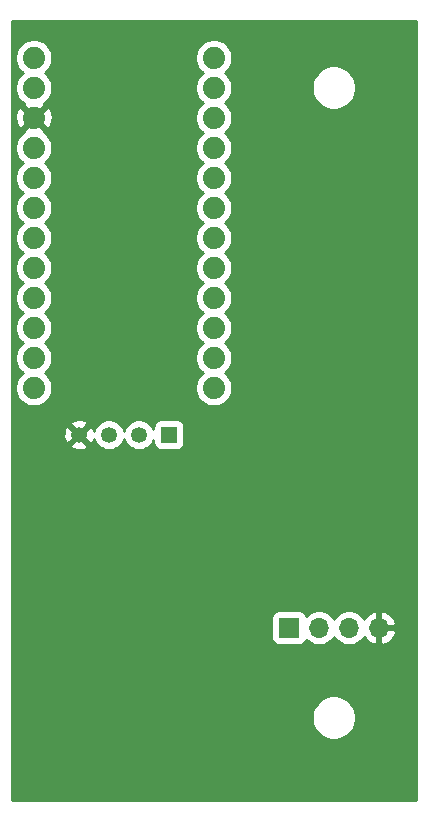
<source format=gbr>
G04 #@! TF.GenerationSoftware,KiCad,Pcbnew,(5.1.6)-1*
G04 #@! TF.CreationDate,2020-06-05T20:48:39-07:00*
G04 #@! TF.ProjectId,USBT,55534254-2e6b-4696-9361-645f70636258,rev?*
G04 #@! TF.SameCoordinates,Original*
G04 #@! TF.FileFunction,Copper,L2,Bot*
G04 #@! TF.FilePolarity,Positive*
%FSLAX46Y46*%
G04 Gerber Fmt 4.6, Leading zero omitted, Abs format (unit mm)*
G04 Created by KiCad (PCBNEW (5.1.6)-1) date 2020-06-05 20:48:39*
%MOMM*%
%LPD*%
G01*
G04 APERTURE LIST*
G04 #@! TA.AperFunction,ComponentPad*
%ADD10C,1.350000*%
G04 #@! TD*
G04 #@! TA.AperFunction,ComponentPad*
%ADD11R,1.350000X1.350000*%
G04 #@! TD*
G04 #@! TA.AperFunction,ComponentPad*
%ADD12C,1.879600*%
G04 #@! TD*
G04 #@! TA.AperFunction,ComponentPad*
%ADD13O,1.700000X1.700000*%
G04 #@! TD*
G04 #@! TA.AperFunction,ComponentPad*
%ADD14R,1.700000X1.700000*%
G04 #@! TD*
G04 #@! TA.AperFunction,ViaPad*
%ADD15C,0.800000*%
G04 #@! TD*
G04 #@! TA.AperFunction,Conductor*
%ADD16C,0.254000*%
G04 #@! TD*
G04 APERTURE END LIST*
D10*
G04 #@! TO.P,U1,P$4*
G04 #@! TO.N,/GND*
X57150000Y-70020000D03*
G04 #@! TO.P,U1,P$3*
G04 #@! TO.N,Net-(U1-PadP$3)*
X59690000Y-70020000D03*
G04 #@! TO.P,U1,P$2*
G04 #@! TO.N,/Data*
X62230000Y-70020000D03*
D11*
G04 #@! TO.P,U1,P$1*
G04 #@! TO.N,/VCC*
X64770000Y-70020000D03*
G04 #@! TD*
D12*
G04 #@! TO.P,B1,24*
G04 #@! TO.N,/VCC*
X68580000Y-38100000D03*
G04 #@! TO.P,B1,23*
G04 #@! TO.N,Net-(B1-Pad23)*
X68580000Y-40640000D03*
G04 #@! TO.P,B1,22*
G04 #@! TO.N,Net-(B1-Pad22)*
X68580000Y-43180000D03*
G04 #@! TO.P,B1,21*
G04 #@! TO.N,Net-(B1-Pad21)*
X68580000Y-45720000D03*
G04 #@! TO.P,B1,20*
G04 #@! TO.N,/Data*
X68580000Y-48260000D03*
G04 #@! TO.P,B1,19*
G04 #@! TO.N,Net-(B1-Pad19)*
X68580000Y-50800000D03*
G04 #@! TO.P,B1,18*
G04 #@! TO.N,Net-(B1-Pad18)*
X68580000Y-53340000D03*
G04 #@! TO.P,B1,17*
G04 #@! TO.N,Net-(B1-Pad17)*
X68580000Y-55880000D03*
G04 #@! TO.P,B1,16*
G04 #@! TO.N,Net-(B1-Pad16)*
X68580000Y-58420000D03*
G04 #@! TO.P,B1,15*
G04 #@! TO.N,Net-(B1-Pad15)*
X68580000Y-60960000D03*
G04 #@! TO.P,B1,14*
G04 #@! TO.N,Net-(B1-Pad14)*
X68580000Y-63500000D03*
G04 #@! TO.P,B1,13*
G04 #@! TO.N,Net-(B1-Pad13)*
X68580000Y-66040000D03*
G04 #@! TO.P,B1,12*
G04 #@! TO.N,Net-(B1-Pad12)*
X53340000Y-66040000D03*
G04 #@! TO.P,B1,11*
G04 #@! TO.N,Net-(B1-Pad11)*
X53340000Y-63500000D03*
G04 #@! TO.P,B1,10*
G04 #@! TO.N,Net-(B1-Pad10)*
X53340000Y-60960000D03*
G04 #@! TO.P,B1,9*
G04 #@! TO.N,Net-(B1-Pad9)*
X53340000Y-58420000D03*
G04 #@! TO.P,B1,8*
G04 #@! TO.N,Net-(B1-Pad8)*
X53340000Y-55880000D03*
G04 #@! TO.P,B1,7*
G04 #@! TO.N,Net-(B1-Pad7)*
X53340000Y-53340000D03*
G04 #@! TO.P,B1,6*
G04 #@! TO.N,/SCL*
X53340000Y-50800000D03*
G04 #@! TO.P,B1,5*
G04 #@! TO.N,/SDA*
X53340000Y-48260000D03*
G04 #@! TO.P,B1,4*
G04 #@! TO.N,Net-(B1-Pad4)*
X53340000Y-45720000D03*
G04 #@! TO.P,B1,3*
G04 #@! TO.N,/GND*
X53340000Y-43180000D03*
G04 #@! TO.P,B1,2*
G04 #@! TO.N,Net-(B1-Pad2)*
X53340000Y-40640000D03*
G04 #@! TO.P,B1,1*
G04 #@! TO.N,Net-(B1-Pad1)*
X53340000Y-38100000D03*
G04 #@! TD*
D13*
G04 #@! TO.P,J1,4*
G04 #@! TO.N,/GND*
X82550000Y-86360000D03*
G04 #@! TO.P,J1,3*
G04 #@! TO.N,/VCC*
X80010000Y-86360000D03*
G04 #@! TO.P,J1,2*
G04 #@! TO.N,/SCL*
X77470000Y-86360000D03*
D14*
G04 #@! TO.P,J1,1*
G04 #@! TO.N,/SDA*
X74930000Y-86360000D03*
G04 #@! TD*
D15*
G04 #@! TO.N,/GND*
X83820000Y-69850000D03*
G04 #@! TD*
D16*
G04 #@! TO.N,/GND*
G36*
X85700000Y-100940000D02*
G01*
X51460000Y-100940000D01*
X51460000Y-93794344D01*
X76855000Y-93794344D01*
X76855000Y-94165656D01*
X76927439Y-94529834D01*
X77069534Y-94872882D01*
X77275825Y-95181618D01*
X77538382Y-95444175D01*
X77847118Y-95650466D01*
X78190166Y-95792561D01*
X78554344Y-95865000D01*
X78925656Y-95865000D01*
X79289834Y-95792561D01*
X79632882Y-95650466D01*
X79941618Y-95444175D01*
X80204175Y-95181618D01*
X80410466Y-94872882D01*
X80552561Y-94529834D01*
X80625000Y-94165656D01*
X80625000Y-93794344D01*
X80552561Y-93430166D01*
X80410466Y-93087118D01*
X80204175Y-92778382D01*
X79941618Y-92515825D01*
X79632882Y-92309534D01*
X79289834Y-92167439D01*
X78925656Y-92095000D01*
X78554344Y-92095000D01*
X78190166Y-92167439D01*
X77847118Y-92309534D01*
X77538382Y-92515825D01*
X77275825Y-92778382D01*
X77069534Y-93087118D01*
X76927439Y-93430166D01*
X76855000Y-93794344D01*
X51460000Y-93794344D01*
X51460000Y-85510000D01*
X73441928Y-85510000D01*
X73441928Y-87210000D01*
X73454188Y-87334482D01*
X73490498Y-87454180D01*
X73549463Y-87564494D01*
X73628815Y-87661185D01*
X73725506Y-87740537D01*
X73835820Y-87799502D01*
X73955518Y-87835812D01*
X74080000Y-87848072D01*
X75780000Y-87848072D01*
X75904482Y-87835812D01*
X76024180Y-87799502D01*
X76134494Y-87740537D01*
X76231185Y-87661185D01*
X76310537Y-87564494D01*
X76369502Y-87454180D01*
X76391513Y-87381620D01*
X76523368Y-87513475D01*
X76766589Y-87675990D01*
X77036842Y-87787932D01*
X77323740Y-87845000D01*
X77616260Y-87845000D01*
X77903158Y-87787932D01*
X78173411Y-87675990D01*
X78416632Y-87513475D01*
X78623475Y-87306632D01*
X78740000Y-87132240D01*
X78856525Y-87306632D01*
X79063368Y-87513475D01*
X79306589Y-87675990D01*
X79576842Y-87787932D01*
X79863740Y-87845000D01*
X80156260Y-87845000D01*
X80443158Y-87787932D01*
X80713411Y-87675990D01*
X80956632Y-87513475D01*
X81163475Y-87306632D01*
X81285195Y-87124466D01*
X81354822Y-87241355D01*
X81549731Y-87457588D01*
X81783080Y-87631641D01*
X82045901Y-87756825D01*
X82193110Y-87801476D01*
X82423000Y-87680155D01*
X82423000Y-86487000D01*
X82677000Y-86487000D01*
X82677000Y-87680155D01*
X82906890Y-87801476D01*
X83054099Y-87756825D01*
X83316920Y-87631641D01*
X83550269Y-87457588D01*
X83745178Y-87241355D01*
X83894157Y-86991252D01*
X83991481Y-86716891D01*
X83870814Y-86487000D01*
X82677000Y-86487000D01*
X82423000Y-86487000D01*
X82403000Y-86487000D01*
X82403000Y-86233000D01*
X82423000Y-86233000D01*
X82423000Y-85039845D01*
X82677000Y-85039845D01*
X82677000Y-86233000D01*
X83870814Y-86233000D01*
X83991481Y-86003109D01*
X83894157Y-85728748D01*
X83745178Y-85478645D01*
X83550269Y-85262412D01*
X83316920Y-85088359D01*
X83054099Y-84963175D01*
X82906890Y-84918524D01*
X82677000Y-85039845D01*
X82423000Y-85039845D01*
X82193110Y-84918524D01*
X82045901Y-84963175D01*
X81783080Y-85088359D01*
X81549731Y-85262412D01*
X81354822Y-85478645D01*
X81285195Y-85595534D01*
X81163475Y-85413368D01*
X80956632Y-85206525D01*
X80713411Y-85044010D01*
X80443158Y-84932068D01*
X80156260Y-84875000D01*
X79863740Y-84875000D01*
X79576842Y-84932068D01*
X79306589Y-85044010D01*
X79063368Y-85206525D01*
X78856525Y-85413368D01*
X78740000Y-85587760D01*
X78623475Y-85413368D01*
X78416632Y-85206525D01*
X78173411Y-85044010D01*
X77903158Y-84932068D01*
X77616260Y-84875000D01*
X77323740Y-84875000D01*
X77036842Y-84932068D01*
X76766589Y-85044010D01*
X76523368Y-85206525D01*
X76391513Y-85338380D01*
X76369502Y-85265820D01*
X76310537Y-85155506D01*
X76231185Y-85058815D01*
X76134494Y-84979463D01*
X76024180Y-84920498D01*
X75904482Y-84884188D01*
X75780000Y-84871928D01*
X74080000Y-84871928D01*
X73955518Y-84884188D01*
X73835820Y-84920498D01*
X73725506Y-84979463D01*
X73628815Y-85058815D01*
X73549463Y-85155506D01*
X73490498Y-85265820D01*
X73454188Y-85385518D01*
X73441928Y-85510000D01*
X51460000Y-85510000D01*
X51460000Y-70923400D01*
X56426205Y-70923400D01*
X56482630Y-71154621D01*
X56716808Y-71263017D01*
X56967633Y-71323645D01*
X57225465Y-71334174D01*
X57480398Y-71294200D01*
X57722633Y-71205259D01*
X57817370Y-71154621D01*
X57873795Y-70923400D01*
X57150000Y-70199605D01*
X56426205Y-70923400D01*
X51460000Y-70923400D01*
X51460000Y-70095465D01*
X55835826Y-70095465D01*
X55875800Y-70350398D01*
X55964741Y-70592633D01*
X56015379Y-70687370D01*
X56246600Y-70743795D01*
X56970395Y-70020000D01*
X57329605Y-70020000D01*
X58053400Y-70743795D01*
X58284621Y-70687370D01*
X58393017Y-70453192D01*
X58419066Y-70345424D01*
X58430342Y-70402113D01*
X58529093Y-70640518D01*
X58672456Y-70855077D01*
X58854923Y-71037544D01*
X59069482Y-71180907D01*
X59307887Y-71279658D01*
X59560976Y-71330000D01*
X59819024Y-71330000D01*
X60072113Y-71279658D01*
X60310518Y-71180907D01*
X60525077Y-71037544D01*
X60707544Y-70855077D01*
X60850907Y-70640518D01*
X60949658Y-70402113D01*
X60960000Y-70350120D01*
X60970342Y-70402113D01*
X61069093Y-70640518D01*
X61212456Y-70855077D01*
X61394923Y-71037544D01*
X61609482Y-71180907D01*
X61847887Y-71279658D01*
X62100976Y-71330000D01*
X62359024Y-71330000D01*
X62612113Y-71279658D01*
X62850518Y-71180907D01*
X63065077Y-71037544D01*
X63247544Y-70855077D01*
X63390907Y-70640518D01*
X63456928Y-70481130D01*
X63456928Y-70695000D01*
X63469188Y-70819482D01*
X63505498Y-70939180D01*
X63564463Y-71049494D01*
X63643815Y-71146185D01*
X63740506Y-71225537D01*
X63850820Y-71284502D01*
X63970518Y-71320812D01*
X64095000Y-71333072D01*
X65445000Y-71333072D01*
X65569482Y-71320812D01*
X65689180Y-71284502D01*
X65799494Y-71225537D01*
X65896185Y-71146185D01*
X65975537Y-71049494D01*
X66034502Y-70939180D01*
X66070812Y-70819482D01*
X66083072Y-70695000D01*
X66083072Y-69345000D01*
X66070812Y-69220518D01*
X66034502Y-69100820D01*
X65975537Y-68990506D01*
X65896185Y-68893815D01*
X65799494Y-68814463D01*
X65689180Y-68755498D01*
X65569482Y-68719188D01*
X65445000Y-68706928D01*
X64095000Y-68706928D01*
X63970518Y-68719188D01*
X63850820Y-68755498D01*
X63740506Y-68814463D01*
X63643815Y-68893815D01*
X63564463Y-68990506D01*
X63505498Y-69100820D01*
X63469188Y-69220518D01*
X63456928Y-69345000D01*
X63456928Y-69558870D01*
X63390907Y-69399482D01*
X63247544Y-69184923D01*
X63065077Y-69002456D01*
X62850518Y-68859093D01*
X62612113Y-68760342D01*
X62359024Y-68710000D01*
X62100976Y-68710000D01*
X61847887Y-68760342D01*
X61609482Y-68859093D01*
X61394923Y-69002456D01*
X61212456Y-69184923D01*
X61069093Y-69399482D01*
X60970342Y-69637887D01*
X60960000Y-69689880D01*
X60949658Y-69637887D01*
X60850907Y-69399482D01*
X60707544Y-69184923D01*
X60525077Y-69002456D01*
X60310518Y-68859093D01*
X60072113Y-68760342D01*
X59819024Y-68710000D01*
X59560976Y-68710000D01*
X59307887Y-68760342D01*
X59069482Y-68859093D01*
X58854923Y-69002456D01*
X58672456Y-69184923D01*
X58529093Y-69399482D01*
X58430342Y-69637887D01*
X58421512Y-69682280D01*
X58335259Y-69447367D01*
X58284621Y-69352630D01*
X58053400Y-69296205D01*
X57329605Y-70020000D01*
X56970395Y-70020000D01*
X56246600Y-69296205D01*
X56015379Y-69352630D01*
X55906983Y-69586808D01*
X55846355Y-69837633D01*
X55835826Y-70095465D01*
X51460000Y-70095465D01*
X51460000Y-69116600D01*
X56426205Y-69116600D01*
X57150000Y-69840395D01*
X57873795Y-69116600D01*
X57817370Y-68885379D01*
X57583192Y-68776983D01*
X57332367Y-68716355D01*
X57074535Y-68705826D01*
X56819602Y-68745800D01*
X56577367Y-68834741D01*
X56482630Y-68885379D01*
X56426205Y-69116600D01*
X51460000Y-69116600D01*
X51460000Y-45564896D01*
X51765200Y-45564896D01*
X51765200Y-45875104D01*
X51825718Y-46179352D01*
X51944430Y-46465948D01*
X52116773Y-46723877D01*
X52336123Y-46943227D01*
X52406124Y-46990000D01*
X52336123Y-47036773D01*
X52116773Y-47256123D01*
X51944430Y-47514052D01*
X51825718Y-47800648D01*
X51765200Y-48104896D01*
X51765200Y-48415104D01*
X51825718Y-48719352D01*
X51944430Y-49005948D01*
X52116773Y-49263877D01*
X52336123Y-49483227D01*
X52406124Y-49530000D01*
X52336123Y-49576773D01*
X52116773Y-49796123D01*
X51944430Y-50054052D01*
X51825718Y-50340648D01*
X51765200Y-50644896D01*
X51765200Y-50955104D01*
X51825718Y-51259352D01*
X51944430Y-51545948D01*
X52116773Y-51803877D01*
X52336123Y-52023227D01*
X52406124Y-52070000D01*
X52336123Y-52116773D01*
X52116773Y-52336123D01*
X51944430Y-52594052D01*
X51825718Y-52880648D01*
X51765200Y-53184896D01*
X51765200Y-53495104D01*
X51825718Y-53799352D01*
X51944430Y-54085948D01*
X52116773Y-54343877D01*
X52336123Y-54563227D01*
X52406124Y-54610000D01*
X52336123Y-54656773D01*
X52116773Y-54876123D01*
X51944430Y-55134052D01*
X51825718Y-55420648D01*
X51765200Y-55724896D01*
X51765200Y-56035104D01*
X51825718Y-56339352D01*
X51944430Y-56625948D01*
X52116773Y-56883877D01*
X52336123Y-57103227D01*
X52406124Y-57150000D01*
X52336123Y-57196773D01*
X52116773Y-57416123D01*
X51944430Y-57674052D01*
X51825718Y-57960648D01*
X51765200Y-58264896D01*
X51765200Y-58575104D01*
X51825718Y-58879352D01*
X51944430Y-59165948D01*
X52116773Y-59423877D01*
X52336123Y-59643227D01*
X52406124Y-59690000D01*
X52336123Y-59736773D01*
X52116773Y-59956123D01*
X51944430Y-60214052D01*
X51825718Y-60500648D01*
X51765200Y-60804896D01*
X51765200Y-61115104D01*
X51825718Y-61419352D01*
X51944430Y-61705948D01*
X52116773Y-61963877D01*
X52336123Y-62183227D01*
X52406124Y-62230000D01*
X52336123Y-62276773D01*
X52116773Y-62496123D01*
X51944430Y-62754052D01*
X51825718Y-63040648D01*
X51765200Y-63344896D01*
X51765200Y-63655104D01*
X51825718Y-63959352D01*
X51944430Y-64245948D01*
X52116773Y-64503877D01*
X52336123Y-64723227D01*
X52406124Y-64770000D01*
X52336123Y-64816773D01*
X52116773Y-65036123D01*
X51944430Y-65294052D01*
X51825718Y-65580648D01*
X51765200Y-65884896D01*
X51765200Y-66195104D01*
X51825718Y-66499352D01*
X51944430Y-66785948D01*
X52116773Y-67043877D01*
X52336123Y-67263227D01*
X52594052Y-67435570D01*
X52880648Y-67554282D01*
X53184896Y-67614800D01*
X53495104Y-67614800D01*
X53799352Y-67554282D01*
X54085948Y-67435570D01*
X54343877Y-67263227D01*
X54563227Y-67043877D01*
X54735570Y-66785948D01*
X54854282Y-66499352D01*
X54914800Y-66195104D01*
X54914800Y-65884896D01*
X54854282Y-65580648D01*
X54735570Y-65294052D01*
X54563227Y-65036123D01*
X54343877Y-64816773D01*
X54273876Y-64770000D01*
X54343877Y-64723227D01*
X54563227Y-64503877D01*
X54735570Y-64245948D01*
X54854282Y-63959352D01*
X54914800Y-63655104D01*
X54914800Y-63344896D01*
X54854282Y-63040648D01*
X54735570Y-62754052D01*
X54563227Y-62496123D01*
X54343877Y-62276773D01*
X54273876Y-62230000D01*
X54343877Y-62183227D01*
X54563227Y-61963877D01*
X54735570Y-61705948D01*
X54854282Y-61419352D01*
X54914800Y-61115104D01*
X54914800Y-60804896D01*
X54854282Y-60500648D01*
X54735570Y-60214052D01*
X54563227Y-59956123D01*
X54343877Y-59736773D01*
X54273876Y-59690000D01*
X54343877Y-59643227D01*
X54563227Y-59423877D01*
X54735570Y-59165948D01*
X54854282Y-58879352D01*
X54914800Y-58575104D01*
X54914800Y-58264896D01*
X54854282Y-57960648D01*
X54735570Y-57674052D01*
X54563227Y-57416123D01*
X54343877Y-57196773D01*
X54273876Y-57150000D01*
X54343877Y-57103227D01*
X54563227Y-56883877D01*
X54735570Y-56625948D01*
X54854282Y-56339352D01*
X54914800Y-56035104D01*
X54914800Y-55724896D01*
X54854282Y-55420648D01*
X54735570Y-55134052D01*
X54563227Y-54876123D01*
X54343877Y-54656773D01*
X54273876Y-54610000D01*
X54343877Y-54563227D01*
X54563227Y-54343877D01*
X54735570Y-54085948D01*
X54854282Y-53799352D01*
X54914800Y-53495104D01*
X54914800Y-53184896D01*
X54854282Y-52880648D01*
X54735570Y-52594052D01*
X54563227Y-52336123D01*
X54343877Y-52116773D01*
X54273876Y-52070000D01*
X54343877Y-52023227D01*
X54563227Y-51803877D01*
X54735570Y-51545948D01*
X54854282Y-51259352D01*
X54914800Y-50955104D01*
X54914800Y-50644896D01*
X54854282Y-50340648D01*
X54735570Y-50054052D01*
X54563227Y-49796123D01*
X54343877Y-49576773D01*
X54273876Y-49530000D01*
X54343877Y-49483227D01*
X54563227Y-49263877D01*
X54735570Y-49005948D01*
X54854282Y-48719352D01*
X54914800Y-48415104D01*
X54914800Y-48104896D01*
X54854282Y-47800648D01*
X54735570Y-47514052D01*
X54563227Y-47256123D01*
X54343877Y-47036773D01*
X54273876Y-46990000D01*
X54343877Y-46943227D01*
X54563227Y-46723877D01*
X54735570Y-46465948D01*
X54854282Y-46179352D01*
X54914800Y-45875104D01*
X54914800Y-45564896D01*
X54854282Y-45260648D01*
X54735570Y-44974052D01*
X54563227Y-44716123D01*
X54343877Y-44496773D01*
X54207286Y-44405505D01*
X54252871Y-44272476D01*
X53340000Y-43359605D01*
X52427129Y-44272476D01*
X52472714Y-44405505D01*
X52336123Y-44496773D01*
X52116773Y-44716123D01*
X51944430Y-44974052D01*
X51825718Y-45260648D01*
X51765200Y-45564896D01*
X51460000Y-45564896D01*
X51460000Y-43244977D01*
X51758916Y-43244977D01*
X51801973Y-43552184D01*
X51904135Y-43845086D01*
X51989277Y-44004377D01*
X52247524Y-44092871D01*
X53160395Y-43180000D01*
X53519605Y-43180000D01*
X54432476Y-44092871D01*
X54690723Y-44004377D01*
X54825597Y-43725024D01*
X54903381Y-43424725D01*
X54921084Y-43115023D01*
X54878027Y-42807816D01*
X54775865Y-42514914D01*
X54690723Y-42355623D01*
X54432476Y-42267129D01*
X53519605Y-43180000D01*
X53160395Y-43180000D01*
X52247524Y-42267129D01*
X51989277Y-42355623D01*
X51854403Y-42634976D01*
X51776619Y-42935275D01*
X51758916Y-43244977D01*
X51460000Y-43244977D01*
X51460000Y-37944896D01*
X51765200Y-37944896D01*
X51765200Y-38255104D01*
X51825718Y-38559352D01*
X51944430Y-38845948D01*
X52116773Y-39103877D01*
X52336123Y-39323227D01*
X52406124Y-39370000D01*
X52336123Y-39416773D01*
X52116773Y-39636123D01*
X51944430Y-39894052D01*
X51825718Y-40180648D01*
X51765200Y-40484896D01*
X51765200Y-40795104D01*
X51825718Y-41099352D01*
X51944430Y-41385948D01*
X52116773Y-41643877D01*
X52336123Y-41863227D01*
X52472714Y-41954495D01*
X52427129Y-42087524D01*
X53340000Y-43000395D01*
X54252871Y-42087524D01*
X54207286Y-41954495D01*
X54343877Y-41863227D01*
X54563227Y-41643877D01*
X54735570Y-41385948D01*
X54854282Y-41099352D01*
X54914800Y-40795104D01*
X54914800Y-40484896D01*
X54854282Y-40180648D01*
X54735570Y-39894052D01*
X54563227Y-39636123D01*
X54343877Y-39416773D01*
X54273876Y-39370000D01*
X54343877Y-39323227D01*
X54563227Y-39103877D01*
X54735570Y-38845948D01*
X54854282Y-38559352D01*
X54914800Y-38255104D01*
X54914800Y-37944896D01*
X67005200Y-37944896D01*
X67005200Y-38255104D01*
X67065718Y-38559352D01*
X67184430Y-38845948D01*
X67356773Y-39103877D01*
X67576123Y-39323227D01*
X67646124Y-39370000D01*
X67576123Y-39416773D01*
X67356773Y-39636123D01*
X67184430Y-39894052D01*
X67065718Y-40180648D01*
X67005200Y-40484896D01*
X67005200Y-40795104D01*
X67065718Y-41099352D01*
X67184430Y-41385948D01*
X67356773Y-41643877D01*
X67576123Y-41863227D01*
X67646124Y-41910000D01*
X67576123Y-41956773D01*
X67356773Y-42176123D01*
X67184430Y-42434052D01*
X67065718Y-42720648D01*
X67005200Y-43024896D01*
X67005200Y-43335104D01*
X67065718Y-43639352D01*
X67184430Y-43925948D01*
X67356773Y-44183877D01*
X67576123Y-44403227D01*
X67646124Y-44450000D01*
X67576123Y-44496773D01*
X67356773Y-44716123D01*
X67184430Y-44974052D01*
X67065718Y-45260648D01*
X67005200Y-45564896D01*
X67005200Y-45875104D01*
X67065718Y-46179352D01*
X67184430Y-46465948D01*
X67356773Y-46723877D01*
X67576123Y-46943227D01*
X67646124Y-46990000D01*
X67576123Y-47036773D01*
X67356773Y-47256123D01*
X67184430Y-47514052D01*
X67065718Y-47800648D01*
X67005200Y-48104896D01*
X67005200Y-48415104D01*
X67065718Y-48719352D01*
X67184430Y-49005948D01*
X67356773Y-49263877D01*
X67576123Y-49483227D01*
X67646124Y-49530000D01*
X67576123Y-49576773D01*
X67356773Y-49796123D01*
X67184430Y-50054052D01*
X67065718Y-50340648D01*
X67005200Y-50644896D01*
X67005200Y-50955104D01*
X67065718Y-51259352D01*
X67184430Y-51545948D01*
X67356773Y-51803877D01*
X67576123Y-52023227D01*
X67646124Y-52070000D01*
X67576123Y-52116773D01*
X67356773Y-52336123D01*
X67184430Y-52594052D01*
X67065718Y-52880648D01*
X67005200Y-53184896D01*
X67005200Y-53495104D01*
X67065718Y-53799352D01*
X67184430Y-54085948D01*
X67356773Y-54343877D01*
X67576123Y-54563227D01*
X67646124Y-54610000D01*
X67576123Y-54656773D01*
X67356773Y-54876123D01*
X67184430Y-55134052D01*
X67065718Y-55420648D01*
X67005200Y-55724896D01*
X67005200Y-56035104D01*
X67065718Y-56339352D01*
X67184430Y-56625948D01*
X67356773Y-56883877D01*
X67576123Y-57103227D01*
X67646124Y-57150000D01*
X67576123Y-57196773D01*
X67356773Y-57416123D01*
X67184430Y-57674052D01*
X67065718Y-57960648D01*
X67005200Y-58264896D01*
X67005200Y-58575104D01*
X67065718Y-58879352D01*
X67184430Y-59165948D01*
X67356773Y-59423877D01*
X67576123Y-59643227D01*
X67646124Y-59690000D01*
X67576123Y-59736773D01*
X67356773Y-59956123D01*
X67184430Y-60214052D01*
X67065718Y-60500648D01*
X67005200Y-60804896D01*
X67005200Y-61115104D01*
X67065718Y-61419352D01*
X67184430Y-61705948D01*
X67356773Y-61963877D01*
X67576123Y-62183227D01*
X67646124Y-62230000D01*
X67576123Y-62276773D01*
X67356773Y-62496123D01*
X67184430Y-62754052D01*
X67065718Y-63040648D01*
X67005200Y-63344896D01*
X67005200Y-63655104D01*
X67065718Y-63959352D01*
X67184430Y-64245948D01*
X67356773Y-64503877D01*
X67576123Y-64723227D01*
X67646124Y-64770000D01*
X67576123Y-64816773D01*
X67356773Y-65036123D01*
X67184430Y-65294052D01*
X67065718Y-65580648D01*
X67005200Y-65884896D01*
X67005200Y-66195104D01*
X67065718Y-66499352D01*
X67184430Y-66785948D01*
X67356773Y-67043877D01*
X67576123Y-67263227D01*
X67834052Y-67435570D01*
X68120648Y-67554282D01*
X68424896Y-67614800D01*
X68735104Y-67614800D01*
X69039352Y-67554282D01*
X69325948Y-67435570D01*
X69583877Y-67263227D01*
X69803227Y-67043877D01*
X69975570Y-66785948D01*
X70094282Y-66499352D01*
X70154800Y-66195104D01*
X70154800Y-65884896D01*
X70094282Y-65580648D01*
X69975570Y-65294052D01*
X69803227Y-65036123D01*
X69583877Y-64816773D01*
X69513876Y-64770000D01*
X69583877Y-64723227D01*
X69803227Y-64503877D01*
X69975570Y-64245948D01*
X70094282Y-63959352D01*
X70154800Y-63655104D01*
X70154800Y-63344896D01*
X70094282Y-63040648D01*
X69975570Y-62754052D01*
X69803227Y-62496123D01*
X69583877Y-62276773D01*
X69513876Y-62230000D01*
X69583877Y-62183227D01*
X69803227Y-61963877D01*
X69975570Y-61705948D01*
X70094282Y-61419352D01*
X70154800Y-61115104D01*
X70154800Y-60804896D01*
X70094282Y-60500648D01*
X69975570Y-60214052D01*
X69803227Y-59956123D01*
X69583877Y-59736773D01*
X69513876Y-59690000D01*
X69583877Y-59643227D01*
X69803227Y-59423877D01*
X69975570Y-59165948D01*
X70094282Y-58879352D01*
X70154800Y-58575104D01*
X70154800Y-58264896D01*
X70094282Y-57960648D01*
X69975570Y-57674052D01*
X69803227Y-57416123D01*
X69583877Y-57196773D01*
X69513876Y-57150000D01*
X69583877Y-57103227D01*
X69803227Y-56883877D01*
X69975570Y-56625948D01*
X70094282Y-56339352D01*
X70154800Y-56035104D01*
X70154800Y-55724896D01*
X70094282Y-55420648D01*
X69975570Y-55134052D01*
X69803227Y-54876123D01*
X69583877Y-54656773D01*
X69513876Y-54610000D01*
X69583877Y-54563227D01*
X69803227Y-54343877D01*
X69975570Y-54085948D01*
X70094282Y-53799352D01*
X70154800Y-53495104D01*
X70154800Y-53184896D01*
X70094282Y-52880648D01*
X69975570Y-52594052D01*
X69803227Y-52336123D01*
X69583877Y-52116773D01*
X69513876Y-52070000D01*
X69583877Y-52023227D01*
X69803227Y-51803877D01*
X69975570Y-51545948D01*
X70094282Y-51259352D01*
X70154800Y-50955104D01*
X70154800Y-50644896D01*
X70094282Y-50340648D01*
X69975570Y-50054052D01*
X69803227Y-49796123D01*
X69583877Y-49576773D01*
X69513876Y-49530000D01*
X69583877Y-49483227D01*
X69803227Y-49263877D01*
X69975570Y-49005948D01*
X70094282Y-48719352D01*
X70154800Y-48415104D01*
X70154800Y-48104896D01*
X70094282Y-47800648D01*
X69975570Y-47514052D01*
X69803227Y-47256123D01*
X69583877Y-47036773D01*
X69513876Y-46990000D01*
X69583877Y-46943227D01*
X69803227Y-46723877D01*
X69975570Y-46465948D01*
X70094282Y-46179352D01*
X70154800Y-45875104D01*
X70154800Y-45564896D01*
X70094282Y-45260648D01*
X69975570Y-44974052D01*
X69803227Y-44716123D01*
X69583877Y-44496773D01*
X69513876Y-44450000D01*
X69583877Y-44403227D01*
X69803227Y-44183877D01*
X69975570Y-43925948D01*
X70094282Y-43639352D01*
X70154800Y-43335104D01*
X70154800Y-43024896D01*
X70094282Y-42720648D01*
X69975570Y-42434052D01*
X69803227Y-42176123D01*
X69583877Y-41956773D01*
X69513876Y-41910000D01*
X69583877Y-41863227D01*
X69803227Y-41643877D01*
X69975570Y-41385948D01*
X70094282Y-41099352D01*
X70154800Y-40795104D01*
X70154800Y-40484896D01*
X70148723Y-40454344D01*
X76855000Y-40454344D01*
X76855000Y-40825656D01*
X76927439Y-41189834D01*
X77069534Y-41532882D01*
X77275825Y-41841618D01*
X77538382Y-42104175D01*
X77847118Y-42310466D01*
X78190166Y-42452561D01*
X78554344Y-42525000D01*
X78925656Y-42525000D01*
X79289834Y-42452561D01*
X79632882Y-42310466D01*
X79941618Y-42104175D01*
X80204175Y-41841618D01*
X80410466Y-41532882D01*
X80552561Y-41189834D01*
X80625000Y-40825656D01*
X80625000Y-40454344D01*
X80552561Y-40090166D01*
X80410466Y-39747118D01*
X80204175Y-39438382D01*
X79941618Y-39175825D01*
X79632882Y-38969534D01*
X79289834Y-38827439D01*
X78925656Y-38755000D01*
X78554344Y-38755000D01*
X78190166Y-38827439D01*
X77847118Y-38969534D01*
X77538382Y-39175825D01*
X77275825Y-39438382D01*
X77069534Y-39747118D01*
X76927439Y-40090166D01*
X76855000Y-40454344D01*
X70148723Y-40454344D01*
X70094282Y-40180648D01*
X69975570Y-39894052D01*
X69803227Y-39636123D01*
X69583877Y-39416773D01*
X69513876Y-39370000D01*
X69583877Y-39323227D01*
X69803227Y-39103877D01*
X69975570Y-38845948D01*
X70094282Y-38559352D01*
X70154800Y-38255104D01*
X70154800Y-37944896D01*
X70094282Y-37640648D01*
X69975570Y-37354052D01*
X69803227Y-37096123D01*
X69583877Y-36876773D01*
X69325948Y-36704430D01*
X69039352Y-36585718D01*
X68735104Y-36525200D01*
X68424896Y-36525200D01*
X68120648Y-36585718D01*
X67834052Y-36704430D01*
X67576123Y-36876773D01*
X67356773Y-37096123D01*
X67184430Y-37354052D01*
X67065718Y-37640648D01*
X67005200Y-37944896D01*
X54914800Y-37944896D01*
X54854282Y-37640648D01*
X54735570Y-37354052D01*
X54563227Y-37096123D01*
X54343877Y-36876773D01*
X54085948Y-36704430D01*
X53799352Y-36585718D01*
X53495104Y-36525200D01*
X53184896Y-36525200D01*
X52880648Y-36585718D01*
X52594052Y-36704430D01*
X52336123Y-36876773D01*
X52116773Y-37096123D01*
X51944430Y-37354052D01*
X51825718Y-37640648D01*
X51765200Y-37944896D01*
X51460000Y-37944896D01*
X51460000Y-34950000D01*
X85700001Y-34950000D01*
X85700000Y-100940000D01*
G37*
X85700000Y-100940000D02*
X51460000Y-100940000D01*
X51460000Y-93794344D01*
X76855000Y-93794344D01*
X76855000Y-94165656D01*
X76927439Y-94529834D01*
X77069534Y-94872882D01*
X77275825Y-95181618D01*
X77538382Y-95444175D01*
X77847118Y-95650466D01*
X78190166Y-95792561D01*
X78554344Y-95865000D01*
X78925656Y-95865000D01*
X79289834Y-95792561D01*
X79632882Y-95650466D01*
X79941618Y-95444175D01*
X80204175Y-95181618D01*
X80410466Y-94872882D01*
X80552561Y-94529834D01*
X80625000Y-94165656D01*
X80625000Y-93794344D01*
X80552561Y-93430166D01*
X80410466Y-93087118D01*
X80204175Y-92778382D01*
X79941618Y-92515825D01*
X79632882Y-92309534D01*
X79289834Y-92167439D01*
X78925656Y-92095000D01*
X78554344Y-92095000D01*
X78190166Y-92167439D01*
X77847118Y-92309534D01*
X77538382Y-92515825D01*
X77275825Y-92778382D01*
X77069534Y-93087118D01*
X76927439Y-93430166D01*
X76855000Y-93794344D01*
X51460000Y-93794344D01*
X51460000Y-85510000D01*
X73441928Y-85510000D01*
X73441928Y-87210000D01*
X73454188Y-87334482D01*
X73490498Y-87454180D01*
X73549463Y-87564494D01*
X73628815Y-87661185D01*
X73725506Y-87740537D01*
X73835820Y-87799502D01*
X73955518Y-87835812D01*
X74080000Y-87848072D01*
X75780000Y-87848072D01*
X75904482Y-87835812D01*
X76024180Y-87799502D01*
X76134494Y-87740537D01*
X76231185Y-87661185D01*
X76310537Y-87564494D01*
X76369502Y-87454180D01*
X76391513Y-87381620D01*
X76523368Y-87513475D01*
X76766589Y-87675990D01*
X77036842Y-87787932D01*
X77323740Y-87845000D01*
X77616260Y-87845000D01*
X77903158Y-87787932D01*
X78173411Y-87675990D01*
X78416632Y-87513475D01*
X78623475Y-87306632D01*
X78740000Y-87132240D01*
X78856525Y-87306632D01*
X79063368Y-87513475D01*
X79306589Y-87675990D01*
X79576842Y-87787932D01*
X79863740Y-87845000D01*
X80156260Y-87845000D01*
X80443158Y-87787932D01*
X80713411Y-87675990D01*
X80956632Y-87513475D01*
X81163475Y-87306632D01*
X81285195Y-87124466D01*
X81354822Y-87241355D01*
X81549731Y-87457588D01*
X81783080Y-87631641D01*
X82045901Y-87756825D01*
X82193110Y-87801476D01*
X82423000Y-87680155D01*
X82423000Y-86487000D01*
X82677000Y-86487000D01*
X82677000Y-87680155D01*
X82906890Y-87801476D01*
X83054099Y-87756825D01*
X83316920Y-87631641D01*
X83550269Y-87457588D01*
X83745178Y-87241355D01*
X83894157Y-86991252D01*
X83991481Y-86716891D01*
X83870814Y-86487000D01*
X82677000Y-86487000D01*
X82423000Y-86487000D01*
X82403000Y-86487000D01*
X82403000Y-86233000D01*
X82423000Y-86233000D01*
X82423000Y-85039845D01*
X82677000Y-85039845D01*
X82677000Y-86233000D01*
X83870814Y-86233000D01*
X83991481Y-86003109D01*
X83894157Y-85728748D01*
X83745178Y-85478645D01*
X83550269Y-85262412D01*
X83316920Y-85088359D01*
X83054099Y-84963175D01*
X82906890Y-84918524D01*
X82677000Y-85039845D01*
X82423000Y-85039845D01*
X82193110Y-84918524D01*
X82045901Y-84963175D01*
X81783080Y-85088359D01*
X81549731Y-85262412D01*
X81354822Y-85478645D01*
X81285195Y-85595534D01*
X81163475Y-85413368D01*
X80956632Y-85206525D01*
X80713411Y-85044010D01*
X80443158Y-84932068D01*
X80156260Y-84875000D01*
X79863740Y-84875000D01*
X79576842Y-84932068D01*
X79306589Y-85044010D01*
X79063368Y-85206525D01*
X78856525Y-85413368D01*
X78740000Y-85587760D01*
X78623475Y-85413368D01*
X78416632Y-85206525D01*
X78173411Y-85044010D01*
X77903158Y-84932068D01*
X77616260Y-84875000D01*
X77323740Y-84875000D01*
X77036842Y-84932068D01*
X76766589Y-85044010D01*
X76523368Y-85206525D01*
X76391513Y-85338380D01*
X76369502Y-85265820D01*
X76310537Y-85155506D01*
X76231185Y-85058815D01*
X76134494Y-84979463D01*
X76024180Y-84920498D01*
X75904482Y-84884188D01*
X75780000Y-84871928D01*
X74080000Y-84871928D01*
X73955518Y-84884188D01*
X73835820Y-84920498D01*
X73725506Y-84979463D01*
X73628815Y-85058815D01*
X73549463Y-85155506D01*
X73490498Y-85265820D01*
X73454188Y-85385518D01*
X73441928Y-85510000D01*
X51460000Y-85510000D01*
X51460000Y-70923400D01*
X56426205Y-70923400D01*
X56482630Y-71154621D01*
X56716808Y-71263017D01*
X56967633Y-71323645D01*
X57225465Y-71334174D01*
X57480398Y-71294200D01*
X57722633Y-71205259D01*
X57817370Y-71154621D01*
X57873795Y-70923400D01*
X57150000Y-70199605D01*
X56426205Y-70923400D01*
X51460000Y-70923400D01*
X51460000Y-70095465D01*
X55835826Y-70095465D01*
X55875800Y-70350398D01*
X55964741Y-70592633D01*
X56015379Y-70687370D01*
X56246600Y-70743795D01*
X56970395Y-70020000D01*
X57329605Y-70020000D01*
X58053400Y-70743795D01*
X58284621Y-70687370D01*
X58393017Y-70453192D01*
X58419066Y-70345424D01*
X58430342Y-70402113D01*
X58529093Y-70640518D01*
X58672456Y-70855077D01*
X58854923Y-71037544D01*
X59069482Y-71180907D01*
X59307887Y-71279658D01*
X59560976Y-71330000D01*
X59819024Y-71330000D01*
X60072113Y-71279658D01*
X60310518Y-71180907D01*
X60525077Y-71037544D01*
X60707544Y-70855077D01*
X60850907Y-70640518D01*
X60949658Y-70402113D01*
X60960000Y-70350120D01*
X60970342Y-70402113D01*
X61069093Y-70640518D01*
X61212456Y-70855077D01*
X61394923Y-71037544D01*
X61609482Y-71180907D01*
X61847887Y-71279658D01*
X62100976Y-71330000D01*
X62359024Y-71330000D01*
X62612113Y-71279658D01*
X62850518Y-71180907D01*
X63065077Y-71037544D01*
X63247544Y-70855077D01*
X63390907Y-70640518D01*
X63456928Y-70481130D01*
X63456928Y-70695000D01*
X63469188Y-70819482D01*
X63505498Y-70939180D01*
X63564463Y-71049494D01*
X63643815Y-71146185D01*
X63740506Y-71225537D01*
X63850820Y-71284502D01*
X63970518Y-71320812D01*
X64095000Y-71333072D01*
X65445000Y-71333072D01*
X65569482Y-71320812D01*
X65689180Y-71284502D01*
X65799494Y-71225537D01*
X65896185Y-71146185D01*
X65975537Y-71049494D01*
X66034502Y-70939180D01*
X66070812Y-70819482D01*
X66083072Y-70695000D01*
X66083072Y-69345000D01*
X66070812Y-69220518D01*
X66034502Y-69100820D01*
X65975537Y-68990506D01*
X65896185Y-68893815D01*
X65799494Y-68814463D01*
X65689180Y-68755498D01*
X65569482Y-68719188D01*
X65445000Y-68706928D01*
X64095000Y-68706928D01*
X63970518Y-68719188D01*
X63850820Y-68755498D01*
X63740506Y-68814463D01*
X63643815Y-68893815D01*
X63564463Y-68990506D01*
X63505498Y-69100820D01*
X63469188Y-69220518D01*
X63456928Y-69345000D01*
X63456928Y-69558870D01*
X63390907Y-69399482D01*
X63247544Y-69184923D01*
X63065077Y-69002456D01*
X62850518Y-68859093D01*
X62612113Y-68760342D01*
X62359024Y-68710000D01*
X62100976Y-68710000D01*
X61847887Y-68760342D01*
X61609482Y-68859093D01*
X61394923Y-69002456D01*
X61212456Y-69184923D01*
X61069093Y-69399482D01*
X60970342Y-69637887D01*
X60960000Y-69689880D01*
X60949658Y-69637887D01*
X60850907Y-69399482D01*
X60707544Y-69184923D01*
X60525077Y-69002456D01*
X60310518Y-68859093D01*
X60072113Y-68760342D01*
X59819024Y-68710000D01*
X59560976Y-68710000D01*
X59307887Y-68760342D01*
X59069482Y-68859093D01*
X58854923Y-69002456D01*
X58672456Y-69184923D01*
X58529093Y-69399482D01*
X58430342Y-69637887D01*
X58421512Y-69682280D01*
X58335259Y-69447367D01*
X58284621Y-69352630D01*
X58053400Y-69296205D01*
X57329605Y-70020000D01*
X56970395Y-70020000D01*
X56246600Y-69296205D01*
X56015379Y-69352630D01*
X55906983Y-69586808D01*
X55846355Y-69837633D01*
X55835826Y-70095465D01*
X51460000Y-70095465D01*
X51460000Y-69116600D01*
X56426205Y-69116600D01*
X57150000Y-69840395D01*
X57873795Y-69116600D01*
X57817370Y-68885379D01*
X57583192Y-68776983D01*
X57332367Y-68716355D01*
X57074535Y-68705826D01*
X56819602Y-68745800D01*
X56577367Y-68834741D01*
X56482630Y-68885379D01*
X56426205Y-69116600D01*
X51460000Y-69116600D01*
X51460000Y-45564896D01*
X51765200Y-45564896D01*
X51765200Y-45875104D01*
X51825718Y-46179352D01*
X51944430Y-46465948D01*
X52116773Y-46723877D01*
X52336123Y-46943227D01*
X52406124Y-46990000D01*
X52336123Y-47036773D01*
X52116773Y-47256123D01*
X51944430Y-47514052D01*
X51825718Y-47800648D01*
X51765200Y-48104896D01*
X51765200Y-48415104D01*
X51825718Y-48719352D01*
X51944430Y-49005948D01*
X52116773Y-49263877D01*
X52336123Y-49483227D01*
X52406124Y-49530000D01*
X52336123Y-49576773D01*
X52116773Y-49796123D01*
X51944430Y-50054052D01*
X51825718Y-50340648D01*
X51765200Y-50644896D01*
X51765200Y-50955104D01*
X51825718Y-51259352D01*
X51944430Y-51545948D01*
X52116773Y-51803877D01*
X52336123Y-52023227D01*
X52406124Y-52070000D01*
X52336123Y-52116773D01*
X52116773Y-52336123D01*
X51944430Y-52594052D01*
X51825718Y-52880648D01*
X51765200Y-53184896D01*
X51765200Y-53495104D01*
X51825718Y-53799352D01*
X51944430Y-54085948D01*
X52116773Y-54343877D01*
X52336123Y-54563227D01*
X52406124Y-54610000D01*
X52336123Y-54656773D01*
X52116773Y-54876123D01*
X51944430Y-55134052D01*
X51825718Y-55420648D01*
X51765200Y-55724896D01*
X51765200Y-56035104D01*
X51825718Y-56339352D01*
X51944430Y-56625948D01*
X52116773Y-56883877D01*
X52336123Y-57103227D01*
X52406124Y-57150000D01*
X52336123Y-57196773D01*
X52116773Y-57416123D01*
X51944430Y-57674052D01*
X51825718Y-57960648D01*
X51765200Y-58264896D01*
X51765200Y-58575104D01*
X51825718Y-58879352D01*
X51944430Y-59165948D01*
X52116773Y-59423877D01*
X52336123Y-59643227D01*
X52406124Y-59690000D01*
X52336123Y-59736773D01*
X52116773Y-59956123D01*
X51944430Y-60214052D01*
X51825718Y-60500648D01*
X51765200Y-60804896D01*
X51765200Y-61115104D01*
X51825718Y-61419352D01*
X51944430Y-61705948D01*
X52116773Y-61963877D01*
X52336123Y-62183227D01*
X52406124Y-62230000D01*
X52336123Y-62276773D01*
X52116773Y-62496123D01*
X51944430Y-62754052D01*
X51825718Y-63040648D01*
X51765200Y-63344896D01*
X51765200Y-63655104D01*
X51825718Y-63959352D01*
X51944430Y-64245948D01*
X52116773Y-64503877D01*
X52336123Y-64723227D01*
X52406124Y-64770000D01*
X52336123Y-64816773D01*
X52116773Y-65036123D01*
X51944430Y-65294052D01*
X51825718Y-65580648D01*
X51765200Y-65884896D01*
X51765200Y-66195104D01*
X51825718Y-66499352D01*
X51944430Y-66785948D01*
X52116773Y-67043877D01*
X52336123Y-67263227D01*
X52594052Y-67435570D01*
X52880648Y-67554282D01*
X53184896Y-67614800D01*
X53495104Y-67614800D01*
X53799352Y-67554282D01*
X54085948Y-67435570D01*
X54343877Y-67263227D01*
X54563227Y-67043877D01*
X54735570Y-66785948D01*
X54854282Y-66499352D01*
X54914800Y-66195104D01*
X54914800Y-65884896D01*
X54854282Y-65580648D01*
X54735570Y-65294052D01*
X54563227Y-65036123D01*
X54343877Y-64816773D01*
X54273876Y-64770000D01*
X54343877Y-64723227D01*
X54563227Y-64503877D01*
X54735570Y-64245948D01*
X54854282Y-63959352D01*
X54914800Y-63655104D01*
X54914800Y-63344896D01*
X54854282Y-63040648D01*
X54735570Y-62754052D01*
X54563227Y-62496123D01*
X54343877Y-62276773D01*
X54273876Y-62230000D01*
X54343877Y-62183227D01*
X54563227Y-61963877D01*
X54735570Y-61705948D01*
X54854282Y-61419352D01*
X54914800Y-61115104D01*
X54914800Y-60804896D01*
X54854282Y-60500648D01*
X54735570Y-60214052D01*
X54563227Y-59956123D01*
X54343877Y-59736773D01*
X54273876Y-59690000D01*
X54343877Y-59643227D01*
X54563227Y-59423877D01*
X54735570Y-59165948D01*
X54854282Y-58879352D01*
X54914800Y-58575104D01*
X54914800Y-58264896D01*
X54854282Y-57960648D01*
X54735570Y-57674052D01*
X54563227Y-57416123D01*
X54343877Y-57196773D01*
X54273876Y-57150000D01*
X54343877Y-57103227D01*
X54563227Y-56883877D01*
X54735570Y-56625948D01*
X54854282Y-56339352D01*
X54914800Y-56035104D01*
X54914800Y-55724896D01*
X54854282Y-55420648D01*
X54735570Y-55134052D01*
X54563227Y-54876123D01*
X54343877Y-54656773D01*
X54273876Y-54610000D01*
X54343877Y-54563227D01*
X54563227Y-54343877D01*
X54735570Y-54085948D01*
X54854282Y-53799352D01*
X54914800Y-53495104D01*
X54914800Y-53184896D01*
X54854282Y-52880648D01*
X54735570Y-52594052D01*
X54563227Y-52336123D01*
X54343877Y-52116773D01*
X54273876Y-52070000D01*
X54343877Y-52023227D01*
X54563227Y-51803877D01*
X54735570Y-51545948D01*
X54854282Y-51259352D01*
X54914800Y-50955104D01*
X54914800Y-50644896D01*
X54854282Y-50340648D01*
X54735570Y-50054052D01*
X54563227Y-49796123D01*
X54343877Y-49576773D01*
X54273876Y-49530000D01*
X54343877Y-49483227D01*
X54563227Y-49263877D01*
X54735570Y-49005948D01*
X54854282Y-48719352D01*
X54914800Y-48415104D01*
X54914800Y-48104896D01*
X54854282Y-47800648D01*
X54735570Y-47514052D01*
X54563227Y-47256123D01*
X54343877Y-47036773D01*
X54273876Y-46990000D01*
X54343877Y-46943227D01*
X54563227Y-46723877D01*
X54735570Y-46465948D01*
X54854282Y-46179352D01*
X54914800Y-45875104D01*
X54914800Y-45564896D01*
X54854282Y-45260648D01*
X54735570Y-44974052D01*
X54563227Y-44716123D01*
X54343877Y-44496773D01*
X54207286Y-44405505D01*
X54252871Y-44272476D01*
X53340000Y-43359605D01*
X52427129Y-44272476D01*
X52472714Y-44405505D01*
X52336123Y-44496773D01*
X52116773Y-44716123D01*
X51944430Y-44974052D01*
X51825718Y-45260648D01*
X51765200Y-45564896D01*
X51460000Y-45564896D01*
X51460000Y-43244977D01*
X51758916Y-43244977D01*
X51801973Y-43552184D01*
X51904135Y-43845086D01*
X51989277Y-44004377D01*
X52247524Y-44092871D01*
X53160395Y-43180000D01*
X53519605Y-43180000D01*
X54432476Y-44092871D01*
X54690723Y-44004377D01*
X54825597Y-43725024D01*
X54903381Y-43424725D01*
X54921084Y-43115023D01*
X54878027Y-42807816D01*
X54775865Y-42514914D01*
X54690723Y-42355623D01*
X54432476Y-42267129D01*
X53519605Y-43180000D01*
X53160395Y-43180000D01*
X52247524Y-42267129D01*
X51989277Y-42355623D01*
X51854403Y-42634976D01*
X51776619Y-42935275D01*
X51758916Y-43244977D01*
X51460000Y-43244977D01*
X51460000Y-37944896D01*
X51765200Y-37944896D01*
X51765200Y-38255104D01*
X51825718Y-38559352D01*
X51944430Y-38845948D01*
X52116773Y-39103877D01*
X52336123Y-39323227D01*
X52406124Y-39370000D01*
X52336123Y-39416773D01*
X52116773Y-39636123D01*
X51944430Y-39894052D01*
X51825718Y-40180648D01*
X51765200Y-40484896D01*
X51765200Y-40795104D01*
X51825718Y-41099352D01*
X51944430Y-41385948D01*
X52116773Y-41643877D01*
X52336123Y-41863227D01*
X52472714Y-41954495D01*
X52427129Y-42087524D01*
X53340000Y-43000395D01*
X54252871Y-42087524D01*
X54207286Y-41954495D01*
X54343877Y-41863227D01*
X54563227Y-41643877D01*
X54735570Y-41385948D01*
X54854282Y-41099352D01*
X54914800Y-40795104D01*
X54914800Y-40484896D01*
X54854282Y-40180648D01*
X54735570Y-39894052D01*
X54563227Y-39636123D01*
X54343877Y-39416773D01*
X54273876Y-39370000D01*
X54343877Y-39323227D01*
X54563227Y-39103877D01*
X54735570Y-38845948D01*
X54854282Y-38559352D01*
X54914800Y-38255104D01*
X54914800Y-37944896D01*
X67005200Y-37944896D01*
X67005200Y-38255104D01*
X67065718Y-38559352D01*
X67184430Y-38845948D01*
X67356773Y-39103877D01*
X67576123Y-39323227D01*
X67646124Y-39370000D01*
X67576123Y-39416773D01*
X67356773Y-39636123D01*
X67184430Y-39894052D01*
X67065718Y-40180648D01*
X67005200Y-40484896D01*
X67005200Y-40795104D01*
X67065718Y-41099352D01*
X67184430Y-41385948D01*
X67356773Y-41643877D01*
X67576123Y-41863227D01*
X67646124Y-41910000D01*
X67576123Y-41956773D01*
X67356773Y-42176123D01*
X67184430Y-42434052D01*
X67065718Y-42720648D01*
X67005200Y-43024896D01*
X67005200Y-43335104D01*
X67065718Y-43639352D01*
X67184430Y-43925948D01*
X67356773Y-44183877D01*
X67576123Y-44403227D01*
X67646124Y-44450000D01*
X67576123Y-44496773D01*
X67356773Y-44716123D01*
X67184430Y-44974052D01*
X67065718Y-45260648D01*
X67005200Y-45564896D01*
X67005200Y-45875104D01*
X67065718Y-46179352D01*
X67184430Y-46465948D01*
X67356773Y-46723877D01*
X67576123Y-46943227D01*
X67646124Y-46990000D01*
X67576123Y-47036773D01*
X67356773Y-47256123D01*
X67184430Y-47514052D01*
X67065718Y-47800648D01*
X67005200Y-48104896D01*
X67005200Y-48415104D01*
X67065718Y-48719352D01*
X67184430Y-49005948D01*
X67356773Y-49263877D01*
X67576123Y-49483227D01*
X67646124Y-49530000D01*
X67576123Y-49576773D01*
X67356773Y-49796123D01*
X67184430Y-50054052D01*
X67065718Y-50340648D01*
X67005200Y-50644896D01*
X67005200Y-50955104D01*
X67065718Y-51259352D01*
X67184430Y-51545948D01*
X67356773Y-51803877D01*
X67576123Y-52023227D01*
X67646124Y-52070000D01*
X67576123Y-52116773D01*
X67356773Y-52336123D01*
X67184430Y-52594052D01*
X67065718Y-52880648D01*
X67005200Y-53184896D01*
X67005200Y-53495104D01*
X67065718Y-53799352D01*
X67184430Y-54085948D01*
X67356773Y-54343877D01*
X67576123Y-54563227D01*
X67646124Y-54610000D01*
X67576123Y-54656773D01*
X67356773Y-54876123D01*
X67184430Y-55134052D01*
X67065718Y-55420648D01*
X67005200Y-55724896D01*
X67005200Y-56035104D01*
X67065718Y-56339352D01*
X67184430Y-56625948D01*
X67356773Y-56883877D01*
X67576123Y-57103227D01*
X67646124Y-57150000D01*
X67576123Y-57196773D01*
X67356773Y-57416123D01*
X67184430Y-57674052D01*
X67065718Y-57960648D01*
X67005200Y-58264896D01*
X67005200Y-58575104D01*
X67065718Y-58879352D01*
X67184430Y-59165948D01*
X67356773Y-59423877D01*
X67576123Y-59643227D01*
X67646124Y-59690000D01*
X67576123Y-59736773D01*
X67356773Y-59956123D01*
X67184430Y-60214052D01*
X67065718Y-60500648D01*
X67005200Y-60804896D01*
X67005200Y-61115104D01*
X67065718Y-61419352D01*
X67184430Y-61705948D01*
X67356773Y-61963877D01*
X67576123Y-62183227D01*
X67646124Y-62230000D01*
X67576123Y-62276773D01*
X67356773Y-62496123D01*
X67184430Y-62754052D01*
X67065718Y-63040648D01*
X67005200Y-63344896D01*
X67005200Y-63655104D01*
X67065718Y-63959352D01*
X67184430Y-64245948D01*
X67356773Y-64503877D01*
X67576123Y-64723227D01*
X67646124Y-64770000D01*
X67576123Y-64816773D01*
X67356773Y-65036123D01*
X67184430Y-65294052D01*
X67065718Y-65580648D01*
X67005200Y-65884896D01*
X67005200Y-66195104D01*
X67065718Y-66499352D01*
X67184430Y-66785948D01*
X67356773Y-67043877D01*
X67576123Y-67263227D01*
X67834052Y-67435570D01*
X68120648Y-67554282D01*
X68424896Y-67614800D01*
X68735104Y-67614800D01*
X69039352Y-67554282D01*
X69325948Y-67435570D01*
X69583877Y-67263227D01*
X69803227Y-67043877D01*
X69975570Y-66785948D01*
X70094282Y-66499352D01*
X70154800Y-66195104D01*
X70154800Y-65884896D01*
X70094282Y-65580648D01*
X69975570Y-65294052D01*
X69803227Y-65036123D01*
X69583877Y-64816773D01*
X69513876Y-64770000D01*
X69583877Y-64723227D01*
X69803227Y-64503877D01*
X69975570Y-64245948D01*
X70094282Y-63959352D01*
X70154800Y-63655104D01*
X70154800Y-63344896D01*
X70094282Y-63040648D01*
X69975570Y-62754052D01*
X69803227Y-62496123D01*
X69583877Y-62276773D01*
X69513876Y-62230000D01*
X69583877Y-62183227D01*
X69803227Y-61963877D01*
X69975570Y-61705948D01*
X70094282Y-61419352D01*
X70154800Y-61115104D01*
X70154800Y-60804896D01*
X70094282Y-60500648D01*
X69975570Y-60214052D01*
X69803227Y-59956123D01*
X69583877Y-59736773D01*
X69513876Y-59690000D01*
X69583877Y-59643227D01*
X69803227Y-59423877D01*
X69975570Y-59165948D01*
X70094282Y-58879352D01*
X70154800Y-58575104D01*
X70154800Y-58264896D01*
X70094282Y-57960648D01*
X69975570Y-57674052D01*
X69803227Y-57416123D01*
X69583877Y-57196773D01*
X69513876Y-57150000D01*
X69583877Y-57103227D01*
X69803227Y-56883877D01*
X69975570Y-56625948D01*
X70094282Y-56339352D01*
X70154800Y-56035104D01*
X70154800Y-55724896D01*
X70094282Y-55420648D01*
X69975570Y-55134052D01*
X69803227Y-54876123D01*
X69583877Y-54656773D01*
X69513876Y-54610000D01*
X69583877Y-54563227D01*
X69803227Y-54343877D01*
X69975570Y-54085948D01*
X70094282Y-53799352D01*
X70154800Y-53495104D01*
X70154800Y-53184896D01*
X70094282Y-52880648D01*
X69975570Y-52594052D01*
X69803227Y-52336123D01*
X69583877Y-52116773D01*
X69513876Y-52070000D01*
X69583877Y-52023227D01*
X69803227Y-51803877D01*
X69975570Y-51545948D01*
X70094282Y-51259352D01*
X70154800Y-50955104D01*
X70154800Y-50644896D01*
X70094282Y-50340648D01*
X69975570Y-50054052D01*
X69803227Y-49796123D01*
X69583877Y-49576773D01*
X69513876Y-49530000D01*
X69583877Y-49483227D01*
X69803227Y-49263877D01*
X69975570Y-49005948D01*
X70094282Y-48719352D01*
X70154800Y-48415104D01*
X70154800Y-48104896D01*
X70094282Y-47800648D01*
X69975570Y-47514052D01*
X69803227Y-47256123D01*
X69583877Y-47036773D01*
X69513876Y-46990000D01*
X69583877Y-46943227D01*
X69803227Y-46723877D01*
X69975570Y-46465948D01*
X70094282Y-46179352D01*
X70154800Y-45875104D01*
X70154800Y-45564896D01*
X70094282Y-45260648D01*
X69975570Y-44974052D01*
X69803227Y-44716123D01*
X69583877Y-44496773D01*
X69513876Y-44450000D01*
X69583877Y-44403227D01*
X69803227Y-44183877D01*
X69975570Y-43925948D01*
X70094282Y-43639352D01*
X70154800Y-43335104D01*
X70154800Y-43024896D01*
X70094282Y-42720648D01*
X69975570Y-42434052D01*
X69803227Y-42176123D01*
X69583877Y-41956773D01*
X69513876Y-41910000D01*
X69583877Y-41863227D01*
X69803227Y-41643877D01*
X69975570Y-41385948D01*
X70094282Y-41099352D01*
X70154800Y-40795104D01*
X70154800Y-40484896D01*
X70148723Y-40454344D01*
X76855000Y-40454344D01*
X76855000Y-40825656D01*
X76927439Y-41189834D01*
X77069534Y-41532882D01*
X77275825Y-41841618D01*
X77538382Y-42104175D01*
X77847118Y-42310466D01*
X78190166Y-42452561D01*
X78554344Y-42525000D01*
X78925656Y-42525000D01*
X79289834Y-42452561D01*
X79632882Y-42310466D01*
X79941618Y-42104175D01*
X80204175Y-41841618D01*
X80410466Y-41532882D01*
X80552561Y-41189834D01*
X80625000Y-40825656D01*
X80625000Y-40454344D01*
X80552561Y-40090166D01*
X80410466Y-39747118D01*
X80204175Y-39438382D01*
X79941618Y-39175825D01*
X79632882Y-38969534D01*
X79289834Y-38827439D01*
X78925656Y-38755000D01*
X78554344Y-38755000D01*
X78190166Y-38827439D01*
X77847118Y-38969534D01*
X77538382Y-39175825D01*
X77275825Y-39438382D01*
X77069534Y-39747118D01*
X76927439Y-40090166D01*
X76855000Y-40454344D01*
X70148723Y-40454344D01*
X70094282Y-40180648D01*
X69975570Y-39894052D01*
X69803227Y-39636123D01*
X69583877Y-39416773D01*
X69513876Y-39370000D01*
X69583877Y-39323227D01*
X69803227Y-39103877D01*
X69975570Y-38845948D01*
X70094282Y-38559352D01*
X70154800Y-38255104D01*
X70154800Y-37944896D01*
X70094282Y-37640648D01*
X69975570Y-37354052D01*
X69803227Y-37096123D01*
X69583877Y-36876773D01*
X69325948Y-36704430D01*
X69039352Y-36585718D01*
X68735104Y-36525200D01*
X68424896Y-36525200D01*
X68120648Y-36585718D01*
X67834052Y-36704430D01*
X67576123Y-36876773D01*
X67356773Y-37096123D01*
X67184430Y-37354052D01*
X67065718Y-37640648D01*
X67005200Y-37944896D01*
X54914800Y-37944896D01*
X54854282Y-37640648D01*
X54735570Y-37354052D01*
X54563227Y-37096123D01*
X54343877Y-36876773D01*
X54085948Y-36704430D01*
X53799352Y-36585718D01*
X53495104Y-36525200D01*
X53184896Y-36525200D01*
X52880648Y-36585718D01*
X52594052Y-36704430D01*
X52336123Y-36876773D01*
X52116773Y-37096123D01*
X51944430Y-37354052D01*
X51825718Y-37640648D01*
X51765200Y-37944896D01*
X51460000Y-37944896D01*
X51460000Y-34950000D01*
X85700001Y-34950000D01*
X85700000Y-100940000D01*
G04 #@! TD*
M02*

</source>
